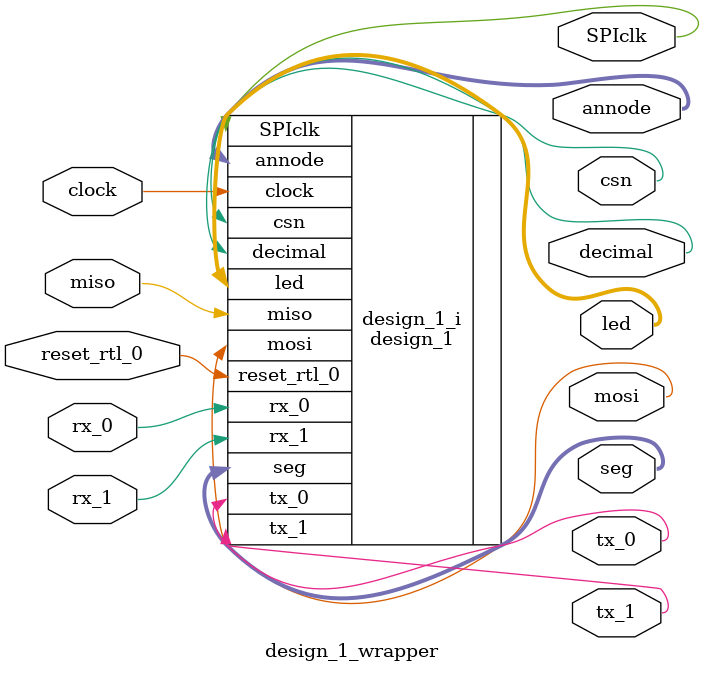
<source format=v>
`timescale 1 ps / 1 ps

module design_1_wrapper
   (SPIclk,
    annode,
    clock,
    csn,
    decimal,
    led,
    miso,
    mosi,
    reset_rtl_0,
    rx_0,
    rx_1,
    seg,
    tx_0,
    tx_1);
  output SPIclk;
  output [7:0]annode;
  input clock;
  output csn;
  output decimal;
  output [14:0]led;
  input miso;
  output mosi;
  input reset_rtl_0;
  input rx_0;
  input rx_1;
  output [6:0]seg;
  output tx_0;
  output tx_1;

  wire SPIclk;
  wire [7:0]annode;
  wire clock;
  wire csn;
  wire decimal;
  wire [14:0]led;
  wire miso;
  wire mosi;
  wire reset_rtl_0;
  wire rx_0;
  wire rx_1;
  wire [6:0]seg;
  wire tx_0;
  wire tx_1;

  design_1 design_1_i
       (.SPIclk(SPIclk),
        .annode(annode),
        .clock(clock),
        .csn(csn),
        .decimal(decimal),
        .led(led),
        .miso(miso),
        .mosi(mosi),
        .reset_rtl_0(reset_rtl_0),
        .rx_0(rx_0),
        .rx_1(rx_1),
        .seg(seg),
        .tx_0(tx_0),
        .tx_1(tx_1));
endmodule

</source>
